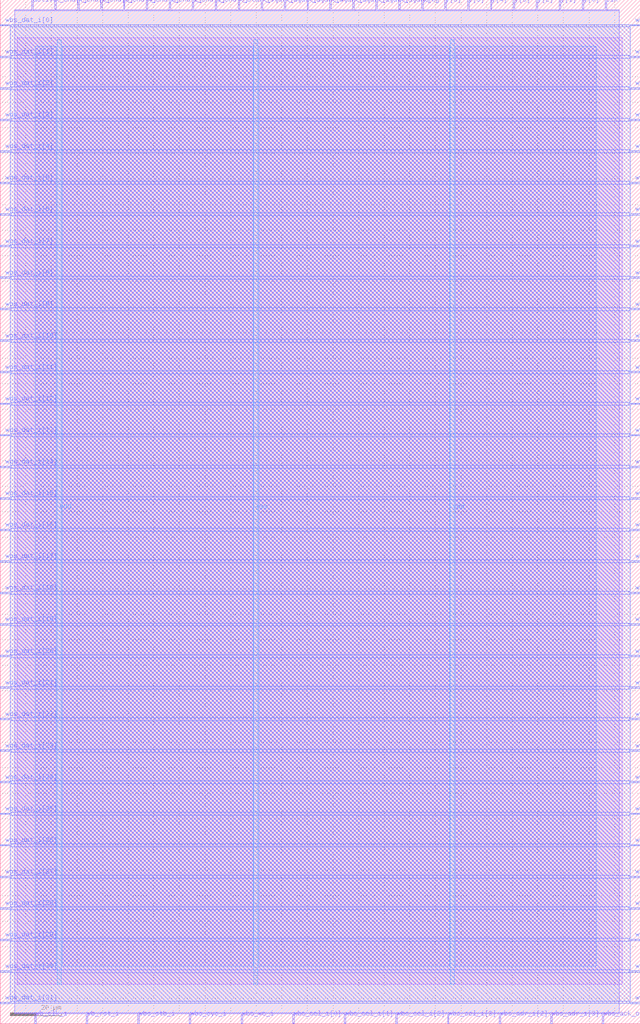
<source format=lef>
VERSION 5.7 ;
  NOWIREEXTENSIONATPIN ON ;
  DIVIDERCHAR "/" ;
  BUSBITCHARS "[]" ;
MACRO interp_tri
  CLASS BLOCK ;
  FOREIGN interp_tri ;
  ORIGIN 0.000 0.000 ;
  SIZE 250.000 BY 400.000 ;
  PIN active
    DIRECTION OUTPUT TRISTATE ;
    USE SIGNAL ;
    ANTENNADIFFAREA 1.986000 ;
    PORT
      LAYER Metal2 ;
        RECT 12.320 396.000 12.880 400.000 ;
    END
  END active
  PIN clk
    DIRECTION INPUT ;
    USE SIGNAL ;
    ANTENNAGATEAREA 4.738000 ;
    ANTENNADIFFAREA 0.410400 ;
    PORT
      LAYER Metal2 ;
        RECT 236.320 396.000 236.880 400.000 ;
    END
  END clk
  PIN vdd
    DIRECTION INOUT ;
    USE POWER ;
    PORT
      LAYER Metal4 ;
        RECT 22.240 15.380 23.840 384.460 ;
    END
    PORT
      LAYER Metal4 ;
        RECT 175.840 15.380 177.440 384.460 ;
    END
  END vdd
  PIN vss
    DIRECTION INOUT ;
    USE GROUND ;
    PORT
      LAYER Metal4 ;
        RECT 99.040 15.380 100.640 384.460 ;
    END
  END vss
  PIN wb_clk_i
    DIRECTION INPUT ;
    USE SIGNAL ;
    ANTENNAGATEAREA 0.741000 ;
    ANTENNADIFFAREA 0.410400 ;
    PORT
      LAYER Metal2 ;
        RECT 13.440 0.000 14.000 4.000 ;
    END
  END wb_clk_i
  PIN wb_rst_i
    DIRECTION INPUT ;
    USE SIGNAL ;
    ANTENNAGATEAREA 0.498500 ;
    ANTENNADIFFAREA 0.410400 ;
    PORT
      LAYER Metal2 ;
        RECT 33.600 0.000 34.160 4.000 ;
    END
  END wb_rst_i
  PIN wbs_ack_o
    DIRECTION OUTPUT TRISTATE ;
    USE SIGNAL ;
    ANTENNADIFFAREA 2.080400 ;
    PORT
      LAYER Metal2 ;
        RECT 235.200 0.000 235.760 4.000 ;
    END
  END wbs_ack_o
  PIN wbs_adr_i[2]
    DIRECTION INPUT ;
    USE SIGNAL ;
    ANTENNAGATEAREA 1.102000 ;
    ANTENNADIFFAREA 0.410400 ;
    PORT
      LAYER Metal2 ;
        RECT 194.880 0.000 195.440 4.000 ;
    END
  END wbs_adr_i[2]
  PIN wbs_adr_i[3]
    DIRECTION INPUT ;
    USE SIGNAL ;
    ANTENNAGATEAREA 1.102000 ;
    ANTENNADIFFAREA 0.410400 ;
    PORT
      LAYER Metal2 ;
        RECT 215.040 0.000 215.600 4.000 ;
    END
  END wbs_adr_i[3]
  PIN wbs_cyc_i
    DIRECTION INPUT ;
    USE SIGNAL ;
    ANTENNAGATEAREA 0.741000 ;
    ANTENNADIFFAREA 0.410400 ;
    PORT
      LAYER Metal2 ;
        RECT 73.920 0.000 74.480 4.000 ;
    END
  END wbs_cyc_i
  PIN wbs_dat_i[0]
    DIRECTION INPUT ;
    USE SIGNAL ;
    ANTENNAGATEAREA 1.102000 ;
    ANTENNADIFFAREA 0.410400 ;
    PORT
      LAYER Metal3 ;
        RECT 0.000 389.760 4.000 390.320 ;
    END
  END wbs_dat_i[0]
  PIN wbs_dat_i[10]
    DIRECTION INPUT ;
    USE SIGNAL ;
    PORT
      LAYER Metal3 ;
        RECT 0.000 266.560 4.000 267.120 ;
    END
  END wbs_dat_i[10]
  PIN wbs_dat_i[11]
    DIRECTION INPUT ;
    USE SIGNAL ;
    PORT
      LAYER Metal3 ;
        RECT 0.000 254.240 4.000 254.800 ;
    END
  END wbs_dat_i[11]
  PIN wbs_dat_i[12]
    DIRECTION INPUT ;
    USE SIGNAL ;
    PORT
      LAYER Metal3 ;
        RECT 0.000 241.920 4.000 242.480 ;
    END
  END wbs_dat_i[12]
  PIN wbs_dat_i[13]
    DIRECTION INPUT ;
    USE SIGNAL ;
    PORT
      LAYER Metal3 ;
        RECT 0.000 229.600 4.000 230.160 ;
    END
  END wbs_dat_i[13]
  PIN wbs_dat_i[14]
    DIRECTION INPUT ;
    USE SIGNAL ;
    PORT
      LAYER Metal3 ;
        RECT 0.000 217.280 4.000 217.840 ;
    END
  END wbs_dat_i[14]
  PIN wbs_dat_i[15]
    DIRECTION INPUT ;
    USE SIGNAL ;
    PORT
      LAYER Metal3 ;
        RECT 0.000 204.960 4.000 205.520 ;
    END
  END wbs_dat_i[15]
  PIN wbs_dat_i[16]
    DIRECTION INPUT ;
    USE SIGNAL ;
    ANTENNAGATEAREA 0.726000 ;
    ANTENNADIFFAREA 0.410400 ;
    PORT
      LAYER Metal3 ;
        RECT 0.000 192.640 4.000 193.200 ;
    END
  END wbs_dat_i[16]
  PIN wbs_dat_i[17]
    DIRECTION INPUT ;
    USE SIGNAL ;
    ANTENNAGATEAREA 0.726000 ;
    ANTENNADIFFAREA 0.410400 ;
    PORT
      LAYER Metal3 ;
        RECT 0.000 180.320 4.000 180.880 ;
    END
  END wbs_dat_i[17]
  PIN wbs_dat_i[18]
    DIRECTION INPUT ;
    USE SIGNAL ;
    ANTENNAGATEAREA 0.726000 ;
    ANTENNADIFFAREA 0.410400 ;
    PORT
      LAYER Metal3 ;
        RECT 0.000 168.000 4.000 168.560 ;
    END
  END wbs_dat_i[18]
  PIN wbs_dat_i[19]
    DIRECTION INPUT ;
    USE SIGNAL ;
    ANTENNAGATEAREA 0.726000 ;
    ANTENNADIFFAREA 0.410400 ;
    PORT
      LAYER Metal3 ;
        RECT 0.000 155.680 4.000 156.240 ;
    END
  END wbs_dat_i[19]
  PIN wbs_dat_i[1]
    DIRECTION INPUT ;
    USE SIGNAL ;
    ANTENNAGATEAREA 1.102000 ;
    ANTENNADIFFAREA 0.410400 ;
    PORT
      LAYER Metal3 ;
        RECT 0.000 377.440 4.000 378.000 ;
    END
  END wbs_dat_i[1]
  PIN wbs_dat_i[20]
    DIRECTION INPUT ;
    USE SIGNAL ;
    ANTENNAGATEAREA 0.726000 ;
    ANTENNADIFFAREA 0.410400 ;
    PORT
      LAYER Metal3 ;
        RECT 0.000 143.360 4.000 143.920 ;
    END
  END wbs_dat_i[20]
  PIN wbs_dat_i[21]
    DIRECTION INPUT ;
    USE SIGNAL ;
    ANTENNAGATEAREA 0.726000 ;
    ANTENNADIFFAREA 0.410400 ;
    PORT
      LAYER Metal3 ;
        RECT 0.000 131.040 4.000 131.600 ;
    END
  END wbs_dat_i[21]
  PIN wbs_dat_i[22]
    DIRECTION INPUT ;
    USE SIGNAL ;
    ANTENNAGATEAREA 0.726000 ;
    ANTENNADIFFAREA 0.410400 ;
    PORT
      LAYER Metal3 ;
        RECT 0.000 118.720 4.000 119.280 ;
    END
  END wbs_dat_i[22]
  PIN wbs_dat_i[23]
    DIRECTION INPUT ;
    USE SIGNAL ;
    ANTENNAGATEAREA 0.726000 ;
    ANTENNADIFFAREA 0.410400 ;
    PORT
      LAYER Metal3 ;
        RECT 0.000 106.400 4.000 106.960 ;
    END
  END wbs_dat_i[23]
  PIN wbs_dat_i[24]
    DIRECTION INPUT ;
    USE SIGNAL ;
    PORT
      LAYER Metal3 ;
        RECT 0.000 94.080 4.000 94.640 ;
    END
  END wbs_dat_i[24]
  PIN wbs_dat_i[25]
    DIRECTION INPUT ;
    USE SIGNAL ;
    PORT
      LAYER Metal3 ;
        RECT 0.000 81.760 4.000 82.320 ;
    END
  END wbs_dat_i[25]
  PIN wbs_dat_i[26]
    DIRECTION INPUT ;
    USE SIGNAL ;
    PORT
      LAYER Metal3 ;
        RECT 0.000 69.440 4.000 70.000 ;
    END
  END wbs_dat_i[26]
  PIN wbs_dat_i[27]
    DIRECTION INPUT ;
    USE SIGNAL ;
    PORT
      LAYER Metal3 ;
        RECT 0.000 57.120 4.000 57.680 ;
    END
  END wbs_dat_i[27]
  PIN wbs_dat_i[28]
    DIRECTION INPUT ;
    USE SIGNAL ;
    PORT
      LAYER Metal3 ;
        RECT 0.000 44.800 4.000 45.360 ;
    END
  END wbs_dat_i[28]
  PIN wbs_dat_i[29]
    DIRECTION INPUT ;
    USE SIGNAL ;
    PORT
      LAYER Metal3 ;
        RECT 0.000 32.480 4.000 33.040 ;
    END
  END wbs_dat_i[29]
  PIN wbs_dat_i[2]
    DIRECTION INPUT ;
    USE SIGNAL ;
    ANTENNAGATEAREA 1.102000 ;
    ANTENNADIFFAREA 0.410400 ;
    PORT
      LAYER Metal3 ;
        RECT 0.000 365.120 4.000 365.680 ;
    END
  END wbs_dat_i[2]
  PIN wbs_dat_i[30]
    DIRECTION INPUT ;
    USE SIGNAL ;
    PORT
      LAYER Metal3 ;
        RECT 0.000 20.160 4.000 20.720 ;
    END
  END wbs_dat_i[30]
  PIN wbs_dat_i[31]
    DIRECTION INPUT ;
    USE SIGNAL ;
    PORT
      LAYER Metal3 ;
        RECT 0.000 7.840 4.000 8.400 ;
    END
  END wbs_dat_i[31]
  PIN wbs_dat_i[3]
    DIRECTION INPUT ;
    USE SIGNAL ;
    ANTENNAGATEAREA 1.102000 ;
    ANTENNADIFFAREA 0.410400 ;
    PORT
      LAYER Metal3 ;
        RECT 0.000 352.800 4.000 353.360 ;
    END
  END wbs_dat_i[3]
  PIN wbs_dat_i[4]
    DIRECTION INPUT ;
    USE SIGNAL ;
    ANTENNAGATEAREA 0.726000 ;
    ANTENNADIFFAREA 0.410400 ;
    PORT
      LAYER Metal3 ;
        RECT 0.000 340.480 4.000 341.040 ;
    END
  END wbs_dat_i[4]
  PIN wbs_dat_i[5]
    DIRECTION INPUT ;
    USE SIGNAL ;
    ANTENNAGATEAREA 0.726000 ;
    ANTENNADIFFAREA 0.410400 ;
    PORT
      LAYER Metal3 ;
        RECT 0.000 328.160 4.000 328.720 ;
    END
  END wbs_dat_i[5]
  PIN wbs_dat_i[6]
    DIRECTION INPUT ;
    USE SIGNAL ;
    ANTENNAGATEAREA 0.726000 ;
    ANTENNADIFFAREA 0.410400 ;
    PORT
      LAYER Metal3 ;
        RECT 0.000 315.840 4.000 316.400 ;
    END
  END wbs_dat_i[6]
  PIN wbs_dat_i[7]
    DIRECTION INPUT ;
    USE SIGNAL ;
    ANTENNAGATEAREA 0.726000 ;
    ANTENNADIFFAREA 0.410400 ;
    PORT
      LAYER Metal3 ;
        RECT 0.000 303.520 4.000 304.080 ;
    END
  END wbs_dat_i[7]
  PIN wbs_dat_i[8]
    DIRECTION INPUT ;
    USE SIGNAL ;
    ANTENNAGATEAREA 0.741000 ;
    ANTENNADIFFAREA 0.410400 ;
    PORT
      LAYER Metal3 ;
        RECT 0.000 291.200 4.000 291.760 ;
    END
  END wbs_dat_i[8]
  PIN wbs_dat_i[9]
    DIRECTION INPUT ;
    USE SIGNAL ;
    ANTENNAGATEAREA 0.741000 ;
    ANTENNADIFFAREA 0.410400 ;
    PORT
      LAYER Metal3 ;
        RECT 0.000 278.880 4.000 279.440 ;
    END
  END wbs_dat_i[9]
  PIN wbs_dat_o[0]
    DIRECTION OUTPUT TRISTATE ;
    USE SIGNAL ;
    ANTENNADIFFAREA 2.080400 ;
    PORT
      LAYER Metal3 ;
        RECT 246.000 7.840 250.000 8.400 ;
    END
  END wbs_dat_o[0]
  PIN wbs_dat_o[10]
    DIRECTION OUTPUT TRISTATE ;
    USE SIGNAL ;
    ANTENNADIFFAREA 0.360800 ;
    PORT
      LAYER Metal3 ;
        RECT 246.000 131.040 250.000 131.600 ;
    END
  END wbs_dat_o[10]
  PIN wbs_dat_o[11]
    DIRECTION OUTPUT TRISTATE ;
    USE SIGNAL ;
    ANTENNADIFFAREA 0.360800 ;
    PORT
      LAYER Metal3 ;
        RECT 246.000 143.360 250.000 143.920 ;
    END
  END wbs_dat_o[11]
  PIN wbs_dat_o[12]
    DIRECTION OUTPUT TRISTATE ;
    USE SIGNAL ;
    ANTENNADIFFAREA 0.360800 ;
    PORT
      LAYER Metal3 ;
        RECT 246.000 155.680 250.000 156.240 ;
    END
  END wbs_dat_o[12]
  PIN wbs_dat_o[13]
    DIRECTION OUTPUT TRISTATE ;
    USE SIGNAL ;
    ANTENNADIFFAREA 0.360800 ;
    PORT
      LAYER Metal3 ;
        RECT 246.000 168.000 250.000 168.560 ;
    END
  END wbs_dat_o[13]
  PIN wbs_dat_o[14]
    DIRECTION OUTPUT TRISTATE ;
    USE SIGNAL ;
    ANTENNADIFFAREA 0.360800 ;
    PORT
      LAYER Metal3 ;
        RECT 246.000 180.320 250.000 180.880 ;
    END
  END wbs_dat_o[14]
  PIN wbs_dat_o[15]
    DIRECTION OUTPUT TRISTATE ;
    USE SIGNAL ;
    ANTENNADIFFAREA 0.360800 ;
    PORT
      LAYER Metal3 ;
        RECT 246.000 192.640 250.000 193.200 ;
    END
  END wbs_dat_o[15]
  PIN wbs_dat_o[16]
    DIRECTION OUTPUT TRISTATE ;
    USE SIGNAL ;
    ANTENNADIFFAREA 1.986000 ;
    PORT
      LAYER Metal3 ;
        RECT 246.000 204.960 250.000 205.520 ;
    END
  END wbs_dat_o[16]
  PIN wbs_dat_o[17]
    DIRECTION OUTPUT TRISTATE ;
    USE SIGNAL ;
    ANTENNADIFFAREA 2.080400 ;
    PORT
      LAYER Metal3 ;
        RECT 246.000 217.280 250.000 217.840 ;
    END
  END wbs_dat_o[17]
  PIN wbs_dat_o[18]
    DIRECTION OUTPUT TRISTATE ;
    USE SIGNAL ;
    ANTENNADIFFAREA 1.986000 ;
    PORT
      LAYER Metal3 ;
        RECT 246.000 229.600 250.000 230.160 ;
    END
  END wbs_dat_o[18]
  PIN wbs_dat_o[19]
    DIRECTION OUTPUT TRISTATE ;
    USE SIGNAL ;
    ANTENNADIFFAREA 2.080400 ;
    PORT
      LAYER Metal3 ;
        RECT 246.000 241.920 250.000 242.480 ;
    END
  END wbs_dat_o[19]
  PIN wbs_dat_o[1]
    DIRECTION OUTPUT TRISTATE ;
    USE SIGNAL ;
    ANTENNADIFFAREA 1.986000 ;
    PORT
      LAYER Metal3 ;
        RECT 246.000 20.160 250.000 20.720 ;
    END
  END wbs_dat_o[1]
  PIN wbs_dat_o[20]
    DIRECTION OUTPUT TRISTATE ;
    USE SIGNAL ;
    ANTENNADIFFAREA 1.986000 ;
    PORT
      LAYER Metal3 ;
        RECT 246.000 254.240 250.000 254.800 ;
    END
  END wbs_dat_o[20]
  PIN wbs_dat_o[21]
    DIRECTION OUTPUT TRISTATE ;
    USE SIGNAL ;
    ANTENNADIFFAREA 1.986000 ;
    PORT
      LAYER Metal3 ;
        RECT 246.000 266.560 250.000 267.120 ;
    END
  END wbs_dat_o[21]
  PIN wbs_dat_o[22]
    DIRECTION OUTPUT TRISTATE ;
    USE SIGNAL ;
    ANTENNADIFFAREA 1.986000 ;
    PORT
      LAYER Metal3 ;
        RECT 246.000 278.880 250.000 279.440 ;
    END
  END wbs_dat_o[22]
  PIN wbs_dat_o[23]
    DIRECTION OUTPUT TRISTATE ;
    USE SIGNAL ;
    ANTENNADIFFAREA 1.986000 ;
    PORT
      LAYER Metal3 ;
        RECT 246.000 291.200 250.000 291.760 ;
    END
  END wbs_dat_o[23]
  PIN wbs_dat_o[24]
    DIRECTION OUTPUT TRISTATE ;
    USE SIGNAL ;
    ANTENNADIFFAREA 0.360800 ;
    PORT
      LAYER Metal3 ;
        RECT 246.000 303.520 250.000 304.080 ;
    END
  END wbs_dat_o[24]
  PIN wbs_dat_o[25]
    DIRECTION OUTPUT TRISTATE ;
    USE SIGNAL ;
    ANTENNADIFFAREA 0.360800 ;
    PORT
      LAYER Metal3 ;
        RECT 246.000 315.840 250.000 316.400 ;
    END
  END wbs_dat_o[25]
  PIN wbs_dat_o[26]
    DIRECTION OUTPUT TRISTATE ;
    USE SIGNAL ;
    ANTENNADIFFAREA 0.360800 ;
    PORT
      LAYER Metal3 ;
        RECT 246.000 328.160 250.000 328.720 ;
    END
  END wbs_dat_o[26]
  PIN wbs_dat_o[27]
    DIRECTION OUTPUT TRISTATE ;
    USE SIGNAL ;
    ANTENNADIFFAREA 0.360800 ;
    PORT
      LAYER Metal3 ;
        RECT 246.000 340.480 250.000 341.040 ;
    END
  END wbs_dat_o[27]
  PIN wbs_dat_o[28]
    DIRECTION OUTPUT TRISTATE ;
    USE SIGNAL ;
    ANTENNADIFFAREA 0.360800 ;
    PORT
      LAYER Metal3 ;
        RECT 246.000 352.800 250.000 353.360 ;
    END
  END wbs_dat_o[28]
  PIN wbs_dat_o[29]
    DIRECTION OUTPUT TRISTATE ;
    USE SIGNAL ;
    ANTENNADIFFAREA 0.360800 ;
    PORT
      LAYER Metal3 ;
        RECT 246.000 365.120 250.000 365.680 ;
    END
  END wbs_dat_o[29]
  PIN wbs_dat_o[2]
    DIRECTION OUTPUT TRISTATE ;
    USE SIGNAL ;
    ANTENNADIFFAREA 1.986000 ;
    PORT
      LAYER Metal3 ;
        RECT 246.000 32.480 250.000 33.040 ;
    END
  END wbs_dat_o[2]
  PIN wbs_dat_o[30]
    DIRECTION OUTPUT TRISTATE ;
    USE SIGNAL ;
    ANTENNADIFFAREA 0.360800 ;
    PORT
      LAYER Metal3 ;
        RECT 246.000 377.440 250.000 378.000 ;
    END
  END wbs_dat_o[30]
  PIN wbs_dat_o[31]
    DIRECTION OUTPUT TRISTATE ;
    USE SIGNAL ;
    ANTENNADIFFAREA 0.360800 ;
    PORT
      LAYER Metal3 ;
        RECT 246.000 389.760 250.000 390.320 ;
    END
  END wbs_dat_o[31]
  PIN wbs_dat_o[3]
    DIRECTION OUTPUT TRISTATE ;
    USE SIGNAL ;
    ANTENNADIFFAREA 1.986000 ;
    PORT
      LAYER Metal3 ;
        RECT 246.000 44.800 250.000 45.360 ;
    END
  END wbs_dat_o[3]
  PIN wbs_dat_o[4]
    DIRECTION OUTPUT TRISTATE ;
    USE SIGNAL ;
    ANTENNADIFFAREA 2.080400 ;
    PORT
      LAYER Metal3 ;
        RECT 246.000 57.120 250.000 57.680 ;
    END
  END wbs_dat_o[4]
  PIN wbs_dat_o[5]
    DIRECTION OUTPUT TRISTATE ;
    USE SIGNAL ;
    ANTENNADIFFAREA 1.986000 ;
    PORT
      LAYER Metal3 ;
        RECT 246.000 69.440 250.000 70.000 ;
    END
  END wbs_dat_o[5]
  PIN wbs_dat_o[6]
    DIRECTION OUTPUT TRISTATE ;
    USE SIGNAL ;
    ANTENNADIFFAREA 2.080400 ;
    PORT
      LAYER Metal3 ;
        RECT 246.000 81.760 250.000 82.320 ;
    END
  END wbs_dat_o[6]
  PIN wbs_dat_o[7]
    DIRECTION OUTPUT TRISTATE ;
    USE SIGNAL ;
    ANTENNADIFFAREA 1.986000 ;
    PORT
      LAYER Metal3 ;
        RECT 246.000 94.080 250.000 94.640 ;
    END
  END wbs_dat_o[7]
  PIN wbs_dat_o[8]
    DIRECTION OUTPUT TRISTATE ;
    USE SIGNAL ;
    ANTENNADIFFAREA 1.986000 ;
    PORT
      LAYER Metal3 ;
        RECT 246.000 106.400 250.000 106.960 ;
    END
  END wbs_dat_o[8]
  PIN wbs_dat_o[9]
    DIRECTION OUTPUT TRISTATE ;
    USE SIGNAL ;
    ANTENNADIFFAREA 1.986000 ;
    PORT
      LAYER Metal3 ;
        RECT 246.000 118.720 250.000 119.280 ;
    END
  END wbs_dat_o[9]
  PIN wbs_sel_i[0]
    DIRECTION INPUT ;
    USE SIGNAL ;
    ANTENNAGATEAREA 0.726000 ;
    ANTENNADIFFAREA 0.410400 ;
    PORT
      LAYER Metal2 ;
        RECT 114.240 0.000 114.800 4.000 ;
    END
  END wbs_sel_i[0]
  PIN wbs_sel_i[1]
    DIRECTION INPUT ;
    USE SIGNAL ;
    ANTENNAGATEAREA 0.726000 ;
    ANTENNADIFFAREA 0.410400 ;
    PORT
      LAYER Metal2 ;
        RECT 134.400 0.000 134.960 4.000 ;
    END
  END wbs_sel_i[1]
  PIN wbs_sel_i[2]
    DIRECTION INPUT ;
    USE SIGNAL ;
    ANTENNAGATEAREA 0.498500 ;
    ANTENNADIFFAREA 0.410400 ;
    PORT
      LAYER Metal2 ;
        RECT 154.560 0.000 155.120 4.000 ;
    END
  END wbs_sel_i[2]
  PIN wbs_sel_i[3]
    DIRECTION INPUT ;
    USE SIGNAL ;
    PORT
      LAYER Metal2 ;
        RECT 174.720 0.000 175.280 4.000 ;
    END
  END wbs_sel_i[3]
  PIN wbs_stb_i
    DIRECTION INPUT ;
    USE SIGNAL ;
    ANTENNAGATEAREA 0.741000 ;
    ANTENNADIFFAREA 0.410400 ;
    PORT
      LAYER Metal2 ;
        RECT 53.760 0.000 54.320 4.000 ;
    END
  END wbs_stb_i
  PIN wbs_we_i
    DIRECTION INPUT ;
    USE SIGNAL ;
    ANTENNAGATEAREA 0.741000 ;
    ANTENNADIFFAREA 0.410400 ;
    PORT
      LAYER Metal2 ;
        RECT 94.080 0.000 94.640 4.000 ;
    END
  END wbs_we_i
  PIN x_end[0]
    DIRECTION OUTPUT TRISTATE ;
    USE SIGNAL ;
    ANTENNADIFFAREA 1.986000 ;
    PORT
      LAYER Metal2 ;
        RECT 84.000 396.000 84.560 400.000 ;
    END
  END x_end[0]
  PIN x_end[1]
    DIRECTION OUTPUT TRISTATE ;
    USE SIGNAL ;
    ANTENNADIFFAREA 2.080400 ;
    PORT
      LAYER Metal2 ;
        RECT 75.040 396.000 75.600 400.000 ;
    END
  END x_end[1]
  PIN x_end[2]
    DIRECTION OUTPUT TRISTATE ;
    USE SIGNAL ;
    ANTENNADIFFAREA 2.080400 ;
    PORT
      LAYER Metal2 ;
        RECT 66.080 396.000 66.640 400.000 ;
    END
  END x_end[2]
  PIN x_end[3]
    DIRECTION OUTPUT TRISTATE ;
    USE SIGNAL ;
    ANTENNADIFFAREA 2.080400 ;
    PORT
      LAYER Metal2 ;
        RECT 57.120 396.000 57.680 400.000 ;
    END
  END x_end[3]
  PIN x_end[4]
    DIRECTION OUTPUT TRISTATE ;
    USE SIGNAL ;
    ANTENNADIFFAREA 2.080400 ;
    PORT
      LAYER Metal2 ;
        RECT 48.160 396.000 48.720 400.000 ;
    END
  END x_end[4]
  PIN x_end[5]
    DIRECTION OUTPUT TRISTATE ;
    USE SIGNAL ;
    ANTENNADIFFAREA 1.986000 ;
    PORT
      LAYER Metal2 ;
        RECT 39.200 396.000 39.760 400.000 ;
    END
  END x_end[5]
  PIN x_end[6]
    DIRECTION OUTPUT TRISTATE ;
    USE SIGNAL ;
    ANTENNADIFFAREA 1.986000 ;
    PORT
      LAYER Metal2 ;
        RECT 30.240 396.000 30.800 400.000 ;
    END
  END x_end[6]
  PIN x_end[7]
    DIRECTION OUTPUT TRISTATE ;
    USE SIGNAL ;
    ANTENNADIFFAREA 1.986000 ;
    PORT
      LAYER Metal2 ;
        RECT 21.280 396.000 21.840 400.000 ;
    END
  END x_end[7]
  PIN x_start[0]
    DIRECTION OUTPUT TRISTATE ;
    USE SIGNAL ;
    ANTENNADIFFAREA 2.080400 ;
    PORT
      LAYER Metal2 ;
        RECT 155.680 396.000 156.240 400.000 ;
    END
  END x_start[0]
  PIN x_start[1]
    DIRECTION OUTPUT TRISTATE ;
    USE SIGNAL ;
    ANTENNADIFFAREA 2.080400 ;
    PORT
      LAYER Metal2 ;
        RECT 146.720 396.000 147.280 400.000 ;
    END
  END x_start[1]
  PIN x_start[2]
    DIRECTION OUTPUT TRISTATE ;
    USE SIGNAL ;
    ANTENNADIFFAREA 2.080400 ;
    PORT
      LAYER Metal2 ;
        RECT 137.760 396.000 138.320 400.000 ;
    END
  END x_start[2]
  PIN x_start[3]
    DIRECTION OUTPUT TRISTATE ;
    USE SIGNAL ;
    ANTENNADIFFAREA 1.986000 ;
    PORT
      LAYER Metal2 ;
        RECT 128.800 396.000 129.360 400.000 ;
    END
  END x_start[3]
  PIN x_start[4]
    DIRECTION OUTPUT TRISTATE ;
    USE SIGNAL ;
    ANTENNADIFFAREA 1.986000 ;
    PORT
      LAYER Metal2 ;
        RECT 119.840 396.000 120.400 400.000 ;
    END
  END x_start[4]
  PIN x_start[5]
    DIRECTION OUTPUT TRISTATE ;
    USE SIGNAL ;
    ANTENNADIFFAREA 1.986000 ;
    PORT
      LAYER Metal2 ;
        RECT 110.880 396.000 111.440 400.000 ;
    END
  END x_start[5]
  PIN x_start[6]
    DIRECTION OUTPUT TRISTATE ;
    USE SIGNAL ;
    ANTENNADIFFAREA 2.080400 ;
    PORT
      LAYER Metal2 ;
        RECT 101.920 396.000 102.480 400.000 ;
    END
  END x_start[6]
  PIN x_start[7]
    DIRECTION OUTPUT TRISTATE ;
    USE SIGNAL ;
    ANTENNADIFFAREA 1.986000 ;
    PORT
      LAYER Metal2 ;
        RECT 92.960 396.000 93.520 400.000 ;
    END
  END x_start[7]
  PIN y[0]
    DIRECTION INPUT ;
    USE SIGNAL ;
    ANTENNAGATEAREA 0.726000 ;
    ANTENNADIFFAREA 0.410400 ;
    PORT
      LAYER Metal2 ;
        RECT 227.360 396.000 227.920 400.000 ;
    END
  END y[0]
  PIN y[1]
    DIRECTION INPUT ;
    USE SIGNAL ;
    ANTENNAGATEAREA 1.102000 ;
    ANTENNADIFFAREA 0.410400 ;
    PORT
      LAYER Metal2 ;
        RECT 218.400 396.000 218.960 400.000 ;
    END
  END y[1]
  PIN y[2]
    DIRECTION INPUT ;
    USE SIGNAL ;
    ANTENNAGATEAREA 0.726000 ;
    ANTENNADIFFAREA 0.410400 ;
    PORT
      LAYER Metal2 ;
        RECT 209.440 396.000 210.000 400.000 ;
    END
  END y[2]
  PIN y[3]
    DIRECTION INPUT ;
    USE SIGNAL ;
    ANTENNAGATEAREA 2.204000 ;
    ANTENNADIFFAREA 0.410400 ;
    PORT
      LAYER Metal2 ;
        RECT 200.480 396.000 201.040 400.000 ;
    END
  END y[3]
  PIN y[4]
    DIRECTION INPUT ;
    USE SIGNAL ;
    ANTENNAGATEAREA 1.102000 ;
    ANTENNADIFFAREA 0.410400 ;
    PORT
      LAYER Metal2 ;
        RECT 191.520 396.000 192.080 400.000 ;
    END
  END y[4]
  PIN y[5]
    DIRECTION INPUT ;
    USE SIGNAL ;
    ANTENNAGATEAREA 1.102000 ;
    ANTENNADIFFAREA 0.410400 ;
    PORT
      LAYER Metal2 ;
        RECT 182.560 396.000 183.120 400.000 ;
    END
  END y[5]
  PIN y[6]
    DIRECTION INPUT ;
    USE SIGNAL ;
    ANTENNAGATEAREA 2.204000 ;
    ANTENNADIFFAREA 0.410400 ;
    PORT
      LAYER Metal2 ;
        RECT 173.600 396.000 174.160 400.000 ;
    END
  END y[6]
  PIN y[7]
    DIRECTION INPUT ;
    USE SIGNAL ;
    ANTENNAGATEAREA 1.102000 ;
    ANTENNADIFFAREA 0.410400 ;
    PORT
      LAYER Metal2 ;
        RECT 164.640 396.000 165.200 400.000 ;
    END
  END y[7]
  OBS
      LAYER Metal1 ;
        RECT 6.720 15.380 243.040 385.130 ;
      LAYER Metal2 ;
        RECT 5.740 395.700 12.020 396.000 ;
        RECT 13.180 395.700 20.980 396.000 ;
        RECT 22.140 395.700 29.940 396.000 ;
        RECT 31.100 395.700 38.900 396.000 ;
        RECT 40.060 395.700 47.860 396.000 ;
        RECT 49.020 395.700 56.820 396.000 ;
        RECT 57.980 395.700 65.780 396.000 ;
        RECT 66.940 395.700 74.740 396.000 ;
        RECT 75.900 395.700 83.700 396.000 ;
        RECT 84.860 395.700 92.660 396.000 ;
        RECT 93.820 395.700 101.620 396.000 ;
        RECT 102.780 395.700 110.580 396.000 ;
        RECT 111.740 395.700 119.540 396.000 ;
        RECT 120.700 395.700 128.500 396.000 ;
        RECT 129.660 395.700 137.460 396.000 ;
        RECT 138.620 395.700 146.420 396.000 ;
        RECT 147.580 395.700 155.380 396.000 ;
        RECT 156.540 395.700 164.340 396.000 ;
        RECT 165.500 395.700 173.300 396.000 ;
        RECT 174.460 395.700 182.260 396.000 ;
        RECT 183.420 395.700 191.220 396.000 ;
        RECT 192.380 395.700 200.180 396.000 ;
        RECT 201.340 395.700 209.140 396.000 ;
        RECT 210.300 395.700 218.100 396.000 ;
        RECT 219.260 395.700 227.060 396.000 ;
        RECT 228.220 395.700 236.020 396.000 ;
        RECT 237.180 395.700 241.780 396.000 ;
        RECT 5.740 4.300 241.780 395.700 ;
        RECT 5.740 4.000 13.140 4.300 ;
        RECT 14.300 4.000 33.300 4.300 ;
        RECT 34.460 4.000 53.460 4.300 ;
        RECT 54.620 4.000 73.620 4.300 ;
        RECT 74.780 4.000 93.780 4.300 ;
        RECT 94.940 4.000 113.940 4.300 ;
        RECT 115.100 4.000 134.100 4.300 ;
        RECT 135.260 4.000 154.260 4.300 ;
        RECT 155.420 4.000 174.420 4.300 ;
        RECT 175.580 4.000 194.580 4.300 ;
        RECT 195.740 4.000 214.740 4.300 ;
        RECT 215.900 4.000 234.900 4.300 ;
        RECT 236.060 4.000 241.780 4.300 ;
      LAYER Metal3 ;
        RECT 4.300 389.460 245.700 390.180 ;
        RECT 4.000 378.300 246.000 389.460 ;
        RECT 4.300 377.140 245.700 378.300 ;
        RECT 4.000 365.980 246.000 377.140 ;
        RECT 4.300 364.820 245.700 365.980 ;
        RECT 4.000 353.660 246.000 364.820 ;
        RECT 4.300 352.500 245.700 353.660 ;
        RECT 4.000 341.340 246.000 352.500 ;
        RECT 4.300 340.180 245.700 341.340 ;
        RECT 4.000 329.020 246.000 340.180 ;
        RECT 4.300 327.860 245.700 329.020 ;
        RECT 4.000 316.700 246.000 327.860 ;
        RECT 4.300 315.540 245.700 316.700 ;
        RECT 4.000 304.380 246.000 315.540 ;
        RECT 4.300 303.220 245.700 304.380 ;
        RECT 4.000 292.060 246.000 303.220 ;
        RECT 4.300 290.900 245.700 292.060 ;
        RECT 4.000 279.740 246.000 290.900 ;
        RECT 4.300 278.580 245.700 279.740 ;
        RECT 4.000 267.420 246.000 278.580 ;
        RECT 4.300 266.260 245.700 267.420 ;
        RECT 4.000 255.100 246.000 266.260 ;
        RECT 4.300 253.940 245.700 255.100 ;
        RECT 4.000 242.780 246.000 253.940 ;
        RECT 4.300 241.620 245.700 242.780 ;
        RECT 4.000 230.460 246.000 241.620 ;
        RECT 4.300 229.300 245.700 230.460 ;
        RECT 4.000 218.140 246.000 229.300 ;
        RECT 4.300 216.980 245.700 218.140 ;
        RECT 4.000 205.820 246.000 216.980 ;
        RECT 4.300 204.660 245.700 205.820 ;
        RECT 4.000 193.500 246.000 204.660 ;
        RECT 4.300 192.340 245.700 193.500 ;
        RECT 4.000 181.180 246.000 192.340 ;
        RECT 4.300 180.020 245.700 181.180 ;
        RECT 4.000 168.860 246.000 180.020 ;
        RECT 4.300 167.700 245.700 168.860 ;
        RECT 4.000 156.540 246.000 167.700 ;
        RECT 4.300 155.380 245.700 156.540 ;
        RECT 4.000 144.220 246.000 155.380 ;
        RECT 4.300 143.060 245.700 144.220 ;
        RECT 4.000 131.900 246.000 143.060 ;
        RECT 4.300 130.740 245.700 131.900 ;
        RECT 4.000 119.580 246.000 130.740 ;
        RECT 4.300 118.420 245.700 119.580 ;
        RECT 4.000 107.260 246.000 118.420 ;
        RECT 4.300 106.100 245.700 107.260 ;
        RECT 4.000 94.940 246.000 106.100 ;
        RECT 4.300 93.780 245.700 94.940 ;
        RECT 4.000 82.620 246.000 93.780 ;
        RECT 4.300 81.460 245.700 82.620 ;
        RECT 4.000 70.300 246.000 81.460 ;
        RECT 4.300 69.140 245.700 70.300 ;
        RECT 4.000 57.980 246.000 69.140 ;
        RECT 4.300 56.820 245.700 57.980 ;
        RECT 4.000 45.660 246.000 56.820 ;
        RECT 4.300 44.500 245.700 45.660 ;
        RECT 4.000 33.340 246.000 44.500 ;
        RECT 4.300 32.180 245.700 33.340 ;
        RECT 4.000 21.020 246.000 32.180 ;
        RECT 4.300 19.860 245.700 21.020 ;
        RECT 4.000 8.700 246.000 19.860 ;
        RECT 4.300 7.980 245.700 8.700 ;
      LAYER Metal4 ;
        RECT 13.580 22.490 21.940 381.830 ;
        RECT 24.140 22.490 98.740 381.830 ;
        RECT 100.940 22.490 175.540 381.830 ;
        RECT 177.740 22.490 232.820 381.830 ;
  END
END interp_tri
END LIBRARY


</source>
